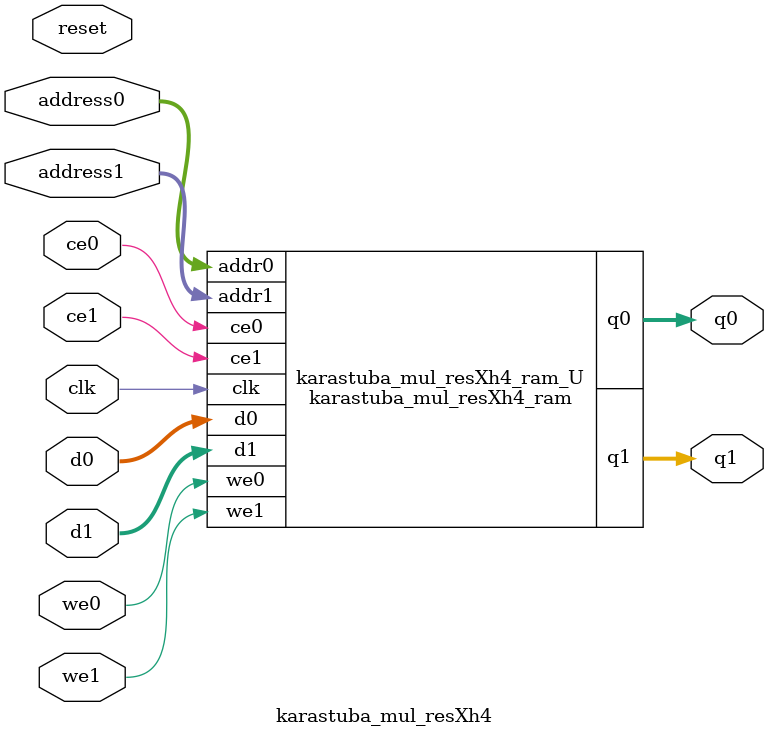
<source format=v>
`timescale 1 ns / 1 ps
module karastuba_mul_resXh4_ram (addr0, ce0, d0, we0, q0, addr1, ce1, d1, we1, q1,  clk);

parameter DWIDTH = 64;
parameter AWIDTH = 7;
parameter MEM_SIZE = 128;

input[AWIDTH-1:0] addr0;
input ce0;
input[DWIDTH-1:0] d0;
input we0;
output reg[DWIDTH-1:0] q0;
input[AWIDTH-1:0] addr1;
input ce1;
input[DWIDTH-1:0] d1;
input we1;
output reg[DWIDTH-1:0] q1;
input clk;

(* ram_style = "block" *)reg [DWIDTH-1:0] ram[0:MEM_SIZE-1];




always @(posedge clk)  
begin 
    if (ce0) begin
        if (we0) 
            ram[addr0] <= d0; 
        q0 <= ram[addr0];
    end
end


always @(posedge clk)  
begin 
    if (ce1) begin
        if (we1) 
            ram[addr1] <= d1; 
        q1 <= ram[addr1];
    end
end


endmodule

`timescale 1 ns / 1 ps
module karastuba_mul_resXh4(
    reset,
    clk,
    address0,
    ce0,
    we0,
    d0,
    q0,
    address1,
    ce1,
    we1,
    d1,
    q1);

parameter DataWidth = 32'd64;
parameter AddressRange = 32'd128;
parameter AddressWidth = 32'd7;
input reset;
input clk;
input[AddressWidth - 1:0] address0;
input ce0;
input we0;
input[DataWidth - 1:0] d0;
output[DataWidth - 1:0] q0;
input[AddressWidth - 1:0] address1;
input ce1;
input we1;
input[DataWidth - 1:0] d1;
output[DataWidth - 1:0] q1;



karastuba_mul_resXh4_ram karastuba_mul_resXh4_ram_U(
    .clk( clk ),
    .addr0( address0 ),
    .ce0( ce0 ),
    .we0( we0 ),
    .d0( d0 ),
    .q0( q0 ),
    .addr1( address1 ),
    .ce1( ce1 ),
    .we1( we1 ),
    .d1( d1 ),
    .q1( q1 ));

endmodule


</source>
